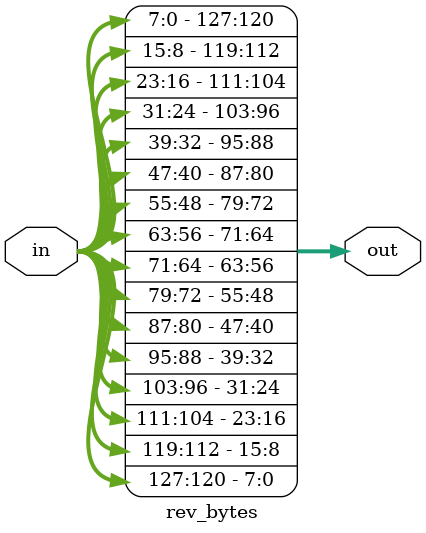
<source format=v>
`timescale 1ns / 1ps


module rev_bytes #(parameter SIZE = 128) (input [SIZE-1:0] in, output [SIZE-1:0] out);
    genvar k;
    generate
    for (k=0; k < SIZE; k = k + 8) begin
        assign out[k+7:k] = in[SIZE-1-k: SIZE-8-k];
    end
    endgenerate
endmodule

</source>
